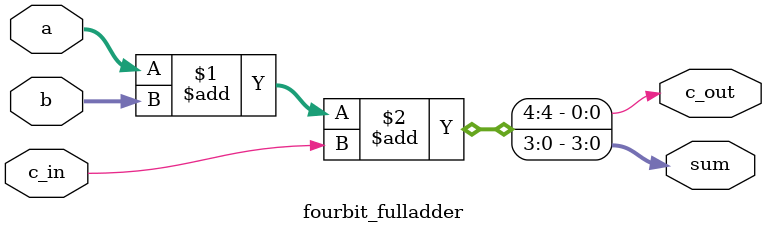
<source format=sv>
module fourbit_fulladder #(parameter DATA_WIDTH=4) (
  input logic [DATA_WIDTH-1:0] a,
  input logic [DATA_WIDTH-1:0] b,
  input logic c_in,
  output logic [DATA_WIDTH-1:0] sum,
  output logic c_out
);

  // Compute the sum and carry-out
  assign {c_out, sum} = a + b + c_in;

endmodule

</source>
